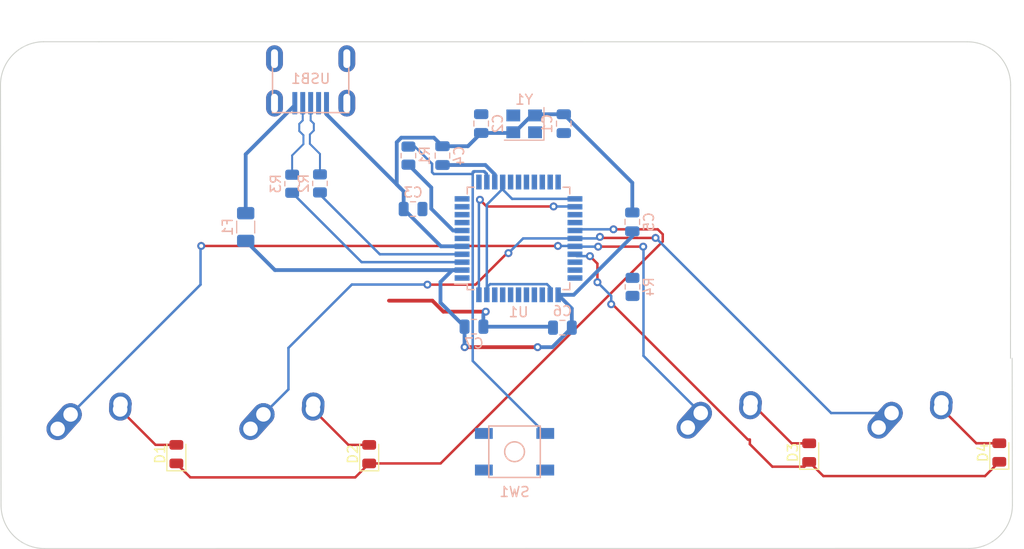
<source format=kicad_pcb>
(kicad_pcb (version 20221018) (generator pcbnew)
  (layers (0 "F.Cu" signal) (31 "B.Cu" signal) (34 "B.Paste" user) (35 "F.Paste" user) (36 "B.SilkS" user "B.Silkscreen") (37 "F.SilkS" user "F.Silkscreen") (38 "B.Mask" user) (39 "F.Mask" user) (44 "Edge.Cuts" user))
  (net 0 "")
  (net 1 "GND")
  (net 2 "Net-(U1-XTAL1)")
  (net 3 "Net-(U1-XTAL2)")
  (net 4 "Net-(U1-UCAP)")
  (net 5 "+5V")
  (net 6 "ROW0")
  (net 7 "Net-(D1-A)")
  (net 8 "Net-(D2-A)")
  (net 9 "ROW1")
  (net 10 "Net-(D3-A)")
  (net 11 "Net-(D4-A)")
  (net 12 "VCC")
  (net 13 "COL0")
  (net 14 "COL1")
  (net 15 "Net-(U1-~{RESET})")
  (net 16 "D+")
  (net 17 "Net-(U1-D+)")
  (net 18 "D-")
  (net 19 "Net-(U1-D-)")
  (net 20 "Net-(U1-~{HWB}{slash}PE2)")
  (net 27 "Net-(U1-GND-Pad15)")
  (net 33 "Net-(U1-AVCC-Pad24)")
  (footprint "MX_Alps_Hybrid:MX-1U-NoLED" (layer "F.Cu") (at 183.68 113.01)
    (fp_text reference "MX4")
    (fp_text value "MX-NoLED")
    (pad "" np_thru_hole circle (at -5.08 0 48.0996) (size 1.75 1.75) (drill 1.75) (layers "*.Cu" "*.Mask"))
    (pad "" np_thru_hole circle (at 0 0) (size 3.9878 3.9878) (drill 3.9878) (layers "*.Cu" "*.Mask"))
    (pad "" np_thru_hole circle (at 5.08 0 48.0996) (size 1.75 1.75) (drill 1.75) (layers "*.Cu" "*.Mask"))
    (pad "1" thru_hole oval (at -3.81 -2.54 48.0996) (size 4.211556 2.25) (drill 1.47 (offset 0.980778 0)) (layers "*.Cu" "B.Mask") (net 14 "COL1"))
    (pad "1" thru_hole circle (at -2.5 -4) (size 2.25 2.25) (drill 1.47) (layers "*.Cu" "B.Mask") (net 14 "COL1"))
    (pad "2" thru_hole oval (at 2.5 -4.5 86.0548) (size 2.831378 2.25) (drill 1.47 (offset 0.290689 0)) (layers "*.Cu" "B.Mask") (net 11 "Net-(D4-A)"))
    (pad "2" thru_hole circle (at 2.54 -5.08) (size 2.25 2.25) (drill 1.47) (layers "*.Cu" "B.Mask") (net 11 "Net-(D4-A)"))
  )
  (footprint "MX_Alps_Hybrid:MX-1U-NoLED" (layer "F.Cu") (at 120.25 113.1425)
    (fp_text reference "MX2")
    (fp_text value "MX-NoLED")
    (pad "" np_thru_hole circle (at -5.08 0 48.0996) (size 1.75 1.75) (drill 1.75) (layers "*.Cu" "*.Mask"))
    (pad "" np_thru_hole circle (at 0 0) (size 3.9878 3.9878) (drill 3.9878) (layers "*.Cu" "*.Mask"))
    (pad "" np_thru_hole circle (at 5.08 0 48.0996) (size 1.75 1.75) (drill 1.75) (layers "*.Cu" "*.Mask"))
    (pad "1" thru_hole oval (at -3.81 -2.54 48.0996) (size 4.211556 2.25) (drill 1.47 (offset 0.980778 0)) (layers "*.Cu" "B.Mask") (net 14 "COL1"))
    (pad "1" thru_hole circle (at -2.5 -4) (size 2.25 2.25) (drill 1.47) (layers "*.Cu" "B.Mask") (net 14 "COL1"))
    (pad "2" thru_hole oval (at 2.5 -4.5 86.0548) (size 2.831378 2.25) (drill 1.47 (offset 0.290689 0)) (layers "*.Cu" "B.Mask") (net 8 "Net-(D2-A)"))
    (pad "2" thru_hole circle (at 2.54 -5.08) (size 2.25 2.25) (drill 1.47) (layers "*.Cu" "B.Mask") (net 8 "Net-(D2-A)"))
  )
  (footprint "Diode_SMD:D_0805_2012Metric" (layer "F.Cu") (at 192.05875 112.99875 90)
    (fp_text reference "D4" (at 0 -1.65 90) (layer "F.SilkS"))
    (fp_text value "SOD-123")
    (fp_line (start -1.685 -0.96) (end -1.685 0.96) (stroke (width 0.12)) (layer "F.SilkS"))
    (fp_line (start -1.685 0.96) (end 1 0.96) (stroke (width 0.12)) (layer "F.SilkS"))
    (fp_line (start 1 -0.96) (end -1.685 -0.96) (stroke (width 0.12)) (layer "F.SilkS"))
    (pad "1" smd roundrect (at -0.9375 0 90) (size 0.975 1.4) (layers "F.Cu" "F.Paste" "F.Mask") (net 9 "ROW1"))
    (pad "2" smd roundrect (at 0.9375 0 90) (size 0.975 1.4) (layers "F.Cu" "F.Paste" "F.Mask") (net 11 "Net-(D4-A)"))
  )
  (footprint "MX_Alps_Hybrid:MX-1U-NoLED" (layer "F.Cu") (at 164.41 113.01)
    (fp_text reference "MX3")
    (fp_text value "MX-NoLED")
    (pad "" np_thru_hole circle (at -5.08 0 48.0996) (size 1.75 1.75) (drill 1.75) (layers "*.Cu" "*.Mask"))
    (pad "" np_thru_hole circle (at 0 0) (size 3.9878 3.9878) (drill 3.9878) (layers "*.Cu" "*.Mask"))
    (pad "" np_thru_hole circle (at 5.08 0 48.0996) (size 1.75 1.75) (drill 1.75) (layers "*.Cu" "*.Mask"))
    (pad "1" thru_hole oval (at -3.81 -2.54 48.0996) (size 4.211556 2.25) (drill 1.47 (offset 0.980778 0)) (layers "*.Cu" "B.Mask") (net 13 "COL0"))
    (pad "1" thru_hole circle (at -2.5 -4) (size 2.25 2.25) (drill 1.47) (layers "*.Cu" "B.Mask") (net 13 "COL0"))
    (pad "2" thru_hole oval (at 2.5 -4.5 86.0548) (size 2.831378 2.25) (drill 1.47 (offset 0.290689 0)) (layers "*.Cu" "B.Mask") (net 10 "Net-(D3-A)"))
    (pad "2" thru_hole circle (at 2.54 -5.08) (size 2.25 2.25) (drill 1.47) (layers "*.Cu" "B.Mask") (net 10 "Net-(D3-A)"))
  )
  (footprint "Diode_SMD:D_0805_2012Metric" (layer "F.Cu") (at 172.86125 113.00875 90)
    (fp_text reference "D3" (at 0 -1.65 90) (layer "F.SilkS"))
    (fp_text value "SOD-123")
    (fp_line (start -1.685 -0.96) (end -1.685 0.96) (stroke (width 0.12)) (layer "F.SilkS"))
    (fp_line (start -1.685 0.96) (end 1 0.96) (stroke (width 0.12)) (layer "F.SilkS"))
    (fp_line (start 1 -0.96) (end -1.685 -0.96) (stroke (width 0.12)) (layer "F.SilkS"))
    (pad "1" smd roundrect (at -0.9375 0 90) (size 0.975 1.4) (layers "F.Cu" "F.Paste" "F.Mask") (net 9 "ROW1"))
    (pad "2" smd roundrect (at 0.9375 0 90) (size 0.975 1.4) (layers "F.Cu" "F.Paste" "F.Mask") (net 10 "Net-(D3-A)"))
  )
  (footprint "MX_Alps_Hybrid:MX-1U-NoLED" (layer "F.Cu") (at 100.78 113.15)
    (fp_text reference "MX1")
    (fp_text value "MX-NoLED")
    (pad "" np_thru_hole circle (at -5.08 0 48.0996) (size 1.75 1.75) (drill 1.75) (layers "*.Cu" "*.Mask"))
    (pad "" np_thru_hole circle (at 0 0) (size 3.9878 3.9878) (drill 3.9878) (layers "*.Cu" "*.Mask"))
    (pad "" np_thru_hole circle (at 5.08 0 48.0996) (size 1.75 1.75) (drill 1.75) (layers "*.Cu" "*.Mask"))
    (pad "1" thru_hole oval (at -3.81 -2.54 48.0996) (size 4.211556 2.25) (drill 1.47 (offset 0.980778 0)) (layers "*.Cu" "B.Mask") (net 13 "COL0"))
    (pad "1" thru_hole circle (at -2.5 -4) (size 2.25 2.25) (drill 1.47) (layers "*.Cu" "B.Mask") (net 13 "COL0"))
    (pad "2" thru_hole oval (at 2.5 -4.5 86.0548) (size 2.831378 2.25) (drill 1.47 (offset 0.290689 0)) (layers "*.Cu" "B.Mask") (net 7 "Net-(D1-A)"))
    (pad "2" thru_hole circle (at 2.54 -5.08) (size 2.25 2.25) (drill 1.47) (layers "*.Cu" "B.Mask") (net 7 "Net-(D1-A)"))
  )
  (footprint "Diode_SMD:D_0805_2012Metric" (layer "F.Cu") (at 108.96 113.1625 90)
    (fp_text reference "D1" (at 0 -1.65 90) (layer "F.SilkS"))
    (fp_text value "SOD-123")
    (fp_line (start -1.685 -0.96) (end -1.685 0.96) (stroke (width 0.12)) (layer "F.SilkS"))
    (fp_line (start -1.685 0.96) (end 1 0.96) (stroke (width 0.12)) (layer "F.SilkS"))
    (fp_line (start 1 -0.96) (end -1.685 -0.96) (stroke (width 0.12)) (layer "F.SilkS"))
    (pad "1" smd roundrect (at -0.9375 0 90) (size 0.975 1.4) (layers "F.Cu" "F.Paste" "F.Mask") (net 6 "ROW0"))
    (pad "2" smd roundrect (at 0.9375 0 90) (size 0.975 1.4) (layers "F.Cu" "F.Paste" "F.Mask") (net 7 "Net-(D1-A)"))
  )
  (footprint "Diode_SMD:D_0805_2012Metric" (layer "F.Cu") (at 128.43 113.165 90)
    (fp_text reference "D2" (at 0 -1.65 90) (layer "F.SilkS"))
    (fp_text value "SOD-123")
    (fp_line (start -1.685 -0.96) (end -1.685 0.96) (stroke (width 0.12)) (layer "F.SilkS"))
    (fp_line (start -1.685 0.96) (end 1 0.96) (stroke (width 0.12)) (layer "F.SilkS"))
    (fp_line (start 1 -0.96) (end -1.685 -0.96) (stroke (width 0.12)) (layer "F.SilkS"))
    (pad "1" smd roundrect (at -0.9375 0 90) (size 0.975 1.4) (layers "F.Cu" "F.Paste" "F.Mask") (net 6 "ROW0"))
    (pad "2" smd roundrect (at 0.9375 0 90) (size 0.975 1.4) (layers "F.Cu" "F.Paste" "F.Mask") (net 8 "Net-(D2-A)"))
  )
  (footprint "Resistor_SMD:R_0805_2012Metric" (layer "B.Cu") (at 155.02 96.2575 90)
    (fp_text reference "R4" (at 0 1.65 90) (layer "B.SilkS") (effects (justify mirror)))
    (fp_text value "10k")
    (fp_line (start -0.227064 -0.735) (end 0.227064 -0.735) (stroke (width 0.12)) (layer "B.SilkS"))
    (fp_line (start -0.227064 0.735) (end 0.227064 0.735) (stroke (width 0.12)) (layer "B.SilkS"))
    (pad "1" smd roundrect (at -0.9125 0 90) (size 1.025 1.4) (layers "B.Cu" "B.Paste" "B.Mask") (roundrect_rratio 0.243902) (net 20 "Net-(U1-~{HWB}{slash}PE2)"))
    (pad "2" smd roundrect (at 0.9125 0 90) (size 1.025 1.4) (layers "B.Cu" "B.Paste" "B.Mask") (roundrect_rratio 0.243902) (net 1 "GND"))
  )
  (footprint "random-keyboard-parts:SKQG-1155865" (layer "B.Cu") (at 143.11 112.92 180)
    (fp_text reference "SW1" (at 0 -4.064) (layer "B.SilkS") (effects (justify mirror)))
    (fp_text value "SW_Push")
    (fp_line (start -2.6 -2.6) (end -2.6 2.6) (stroke (width 0.15)) (layer "B.SilkS"))
    (fp_line (start -2.6 2.6) (end 2.6 2.6) (stroke (width 0.15)) (layer "B.SilkS"))
    (fp_line (start 2.6 -2.6) (end -2.6 -2.6) (stroke (width 0.15)) (layer "B.SilkS"))
    (fp_line (start 2.6 2.6) (end 2.6 -2.6) (stroke (width 0.15)) (layer "B.SilkS"))
    (fp_circle (center 0 0) (end 1 0) (stroke (width 0.15)) (fill none) (layer "B.SilkS"))
    (pad "1" smd rect (at 3.1 -1.85 180) (size 1.8 1.1) (layers "B.Cu" "B.Paste" "B.Mask") (net 1 "GND"))
    (pad "2" smd rect (at -3.1 1.85 180) (size 1.8 1.1) (layers "B.Cu" "B.Paste" "B.Mask") (net 15 "Net-(U1-~{RESET})"))
    (pad "3" smd rect (at 3.1 1.85 180) (size 1.8 1.1) (layers "B.Cu" "B.Paste" "B.Mask"))
    (pad "4" smd rect (at -3.1 -1.85 180) (size 1.8 1.1) (layers "B.Cu" "B.Paste" "B.Mask"))
  )
  (footprint "Resistor_SMD:R_0805_2012Metric" (layer "B.Cu") (at 132.39 82.99 90)
    (fp_text reference "R1" (at 0 1.65 90) (layer "B.SilkS") (effects (justify mirror)))
    (fp_text value "10k")
    (fp_line (start -0.227064 -0.735) (end 0.227064 -0.735) (stroke (width 0.12)) (layer "B.SilkS"))
    (fp_line (start -0.227064 0.735) (end 0.227064 0.735) (stroke (width 0.12)) (layer "B.SilkS"))
    (pad "1" smd roundrect (at -0.9125 0 90) (size 1.025 1.4) (layers "B.Cu" "B.Paste" "B.Mask") (roundrect_rratio 0.243902) (net 5 "+5V"))
    (pad "2" smd roundrect (at 0.9125 0 90) (size 1.025 1.4) (layers "B.Cu" "B.Paste" "B.Mask") (roundrect_rratio 0.243902) (net 15 "Net-(U1-~{RESET})"))
  )
  (footprint "Capacitor_SMD:C_0805_2012Metric" (layer "B.Cu") (at 132.86 88.39 180)
    (fp_text reference "C3" (at 0 1.68) (layer "B.SilkS") (effects (justify mirror)))
    (fp_text value "1uF")
    (fp_line (start -0.261252 -0.735) (end 0.261252 -0.735) (stroke (width 0.12)) (layer "B.SilkS"))
    (fp_line (start -0.261252 0.735) (end 0.261252 0.735) (stroke (width 0.12)) (layer "B.SilkS"))
    (pad "1" smd roundrect (at -0.95 0 180) (size 1 1.45) (layers "B.Cu" "B.Paste" "B.Mask") (net 4 "Net-(U1-UCAP)"))
    (pad "2" smd roundrect (at 0.95 0 180) (size 1 1.45) (layers "B.Cu" "B.Paste" "B.Mask") (net 1 "GND"))
  )
  (footprint "Package_QFP:TQFP-44_10x10mm_P0.8mm" (layer "B.Cu") (at 143.51 91.36)
    (fp_text reference "U1" (at 0 7.45) (layer "B.SilkS") (effects (justify mirror)))
    (fp_text value "ATmega32U4-A")
    (fp_line (start -5.175 -5.175) (end -5.175 -4.5) (stroke (width 0.15)) (layer "B.SilkS"))
    (fp_line (start -5.175 -5.175) (end -4.5 -5.175) (stroke (width 0.15)) (layer "B.SilkS"))
    (fp_line (start -5.175 4.6) (end -6.45 4.6) (stroke (width 0.15)) (layer "B.SilkS"))
    (fp_line (start -5.175 5.175) (end -5.175 4.6) (stroke (width 0.15)) (layer "B.SilkS"))
    (fp_line (start -5.175 5.175) (end -4.5 5.175) (stroke (width 0.15)) (layer "B.SilkS"))
    (fp_line (start 5.175 -5.175) (end 4.5 -5.175) (stroke (width 0.15)) (layer "B.SilkS"))
    (fp_line (start 5.175 -5.175) (end 5.175 -4.5) (stroke (width 0.15)) (layer "B.SilkS"))
    (fp_line (start 5.175 5.175) (end 4.5 5.175) (stroke (width 0.15)) (layer "B.SilkS"))
    (fp_line (start 5.175 5.175) (end 5.175 4.5) (stroke (width 0.15)) (layer "B.SilkS"))
    (pad "1" smd rect (at -5.7 4) (size 1.5 0.55) (layers "B.Cu" "B.Paste" "B.Mask"))
    (pad "2" smd rect (at -5.7 3.2) (size 1.5 0.55) (layers "B.Cu" "B.Paste" "B.Mask") (net 5 "+5V"))
    (pad "3" smd rect (at -5.7 2.4) (size 1.5 0.55) (layers "B.Cu" "B.Paste" "B.Mask") (net 19 "Net-(U1-D-)"))
    (pad "4" smd rect (at -5.7 1.6) (size 1.5 0.55) (layers "B.Cu" "B.Paste" "B.Mask") (net 17 "Net-(U1-D+)"))
    (pad "5" smd rect (at -5.7 0.8) (size 1.5 0.55) (layers "B.Cu" "B.Paste" "B.Mask") (net 1 "GND"))
    (pad "6" smd rect (at -5.7 0) (size 1.5 0.55) (layers "B.Cu" "B.Paste" "B.Mask") (net 4 "Net-(U1-UCAP)"))
    (pad "7" smd rect (at -5.7 -0.8) (size 1.5 0.55) (layers "B.Cu" "B.Paste" "B.Mask") (net 5 "+5V"))
    (pad "8" smd rect (at -5.7 -1.6) (size 1.5 0.55) (layers "B.Cu" "B.Paste" "B.Mask"))
    (pad "9" smd rect (at -5.7 -2.4) (size 1.5 0.55) (layers "B.Cu" "B.Paste" "B.Mask"))
    (pad "10" smd rect (at -5.7 -3.2) (size 1.5 0.55) (layers "B.Cu" "B.Paste" "B.Mask"))
    (pad "11" smd rect (at -5.7 -4) (size 1.5 0.55) (layers "B.Cu" "B.Paste" "B.Mask"))
    (pad "12" smd rect (at -4 -5.7 270) (size 1.5 0.55) (layers "B.Cu" "B.Paste" "B.Mask"))
    (pad "13" smd rect (at -3.2 -5.7 270) (size 1.5 0.55) (layers "B.Cu" "B.Paste" "B.Mask") (net 15 "Net-(U1-~{RESET})"))
    (pad "14" smd rect (at -2.4 -5.7 270) (size 1.5 0.55) (layers "B.Cu" "B.Paste" "B.Mask") (net 5 "+5V"))
    (pad "15" smd rect (at -1.6 -5.7 270) (size 1.5 0.55) (layers "B.Cu" "B.Paste" "B.Mask") (net 27 "Net-(U1-GND-Pad15)"))
    (pad "16" smd rect (at -0.8 -5.7 270) (size 1.5 0.55) (layers "B.Cu" "B.Paste" "B.Mask") (net 3 "Net-(U1-XTAL2)"))
    (pad "17" smd rect (at 0 -5.7 270) (size 1.5 0.55) (layers "B.Cu" "B.Paste" "B.Mask") (net 2 "Net-(U1-XTAL1)"))
    (pad "18" smd rect (at 0.8 -5.7 270) (size 1.5 0.55) (layers "B.Cu" "B.Paste" "B.Mask"))
    (pad "19" smd rect (at 1.6 -5.7 270) (size 1.5 0.55) (layers "B.Cu" "B.Paste" "B.Mask"))
    (pad "20" smd rect (at 2.4 -5.7 270) (size 1.5 0.55) (layers "B.Cu" "B.Paste" "B.Mask"))
    (pad "21" smd rect (at 3.2 -5.7 270) (size 1.5 0.55) (layers "B.Cu" "B.Paste" "B.Mask"))
    (pad "22" smd rect (at 4 -5.7 270) (size 1.5 0.55) (layers "B.Cu" "B.Paste" "B.Mask"))
    (pad "23" smd rect (at 5.7 -4) (size 1.5 0.55) (layers "B.Cu" "B.Paste" "B.Mask") (net 27 "Net-(U1-GND-Pad15)"))
    (pad "24" smd rect (at 5.7 -3.2) (size 1.5 0.55) (layers "B.Cu" "B.Paste" "B.Mask") (net 33 "Net-(U1-AVCC-Pad24)"))
    (pad "25" smd rect (at 5.7 -2.4) (size 1.5 0.55) (layers "B.Cu" "B.Paste" "B.Mask"))
    (pad "26" smd rect (at 5.7 -1.6) (size 1.5 0.55) (layers "B.Cu" "B.Paste" "B.Mask"))
    (pad "27" smd rect (at 5.7 -0.8) (size 1.5 0.55) (layers "B.Cu" "B.Paste" "B.Mask") (net 6 "ROW0"))
    (pad "28" smd rect (at 5.7 0) (size 1.5 0.55) (layers "B.Cu" "B.Paste" "B.Mask") (net 14 "COL1"))
    (pad "29" smd rect (at 5.7 0.8) (size 1.5 0.55) (layers "B.Cu" "B.Paste" "B.Mask") (net 13 "COL0"))
    (pad "30" smd rect (at 5.7 1.6) (size 1.5 0.55) (layers "B.Cu" "B.Paste" "B.Mask") (net 9 "ROW1"))
    (pad "31" smd rect (at 5.7 2.4) (size 1.5 0.55) (layers "B.Cu" "B.Paste" "B.Mask"))
    (pad "32" smd rect (at 5.7 3.2) (size 1.5 0.55) (layers "B.Cu" "B.Paste" "B.Mask"))
    (pad "33" smd rect (at 5.7 4) (size 1.5 0.55) (layers "B.Cu" "B.Paste" "B.Mask") (net 20 "Net-(U1-~{HWB}{slash}PE2)"))
    (pad "34" smd rect (at 4 5.7 270) (size 1.5 0.55) (layers "B.Cu" "B.Paste" "B.Mask") (net 5 "+5V"))
    (pad "35" smd rect (at 3.2 5.7 270) (size 1.5 0.55) (layers "B.Cu" "B.Paste" "B.Mask") (net 27 "Net-(U1-GND-Pad15)"))
    (pad "36" smd rect (at 2.4 5.7 270) (size 1.5 0.55) (layers "B.Cu" "B.Paste" "B.Mask"))
    (pad "37" smd rect (at 1.6 5.7 270) (size 1.5 0.55) (layers "B.Cu" "B.Paste" "B.Mask"))
    (pad "38" smd rect (at 0.8 5.7 270) (size 1.5 0.55) (layers "B.Cu" "B.Paste" "B.Mask"))
    (pad "39" smd rect (at 0 5.7 270) (size 1.5 0.55) (layers "B.Cu" "B.Paste" "B.Mask"))
    (pad "40" smd rect (at -0.8 5.7 270) (size 1.5 0.55) (layers "B.Cu" "B.Paste" "B.Mask"))
    (pad "41" smd rect (at -1.6 5.7 270) (size 1.5 0.55) (layers "B.Cu" "B.Paste" "B.Mask"))
    (pad "42" smd rect (at -2.4 5.7 270) (size 1.5 0.55) (layers "B.Cu" "B.Paste" "B.Mask"))
    (pad "43" smd rect (at -3.2 5.7 270) (size 1.5 0.55) (layers "B.Cu" "B.Paste" "B.Mask") (net 27 "Net-(U1-GND-Pad15)"))
    (pad "44" smd rect (at -4 5.7 270) (size 1.5 0.55) (layers "B.Cu" "B.Paste" "B.Mask") (net 33 "Net-(U1-AVCC-Pad24)"))
  )
  (footprint "Capacitor_SMD:C_0805_2012Metric" (layer "B.Cu") (at 135.83 82.99 90)
    (fp_text reference "C4" (at 0 1.68 90) (layer "B.SilkS") (effects (justify mirror)))
    (fp_text value "0.1uF")
    (fp_line (start -0.261252 -0.735) (end 0.261252 -0.735) (stroke (width 0.12)) (layer "B.SilkS"))
    (fp_line (start -0.261252 0.735) (end 0.261252 0.735) (stroke (width 0.12)) (layer "B.SilkS"))
    (pad "1" smd roundrect (at -0.95 0 90) (size 1 1.45) (layers "B.Cu" "B.Paste" "B.Mask") (net 5 "+5V"))
    (pad "2" smd roundrect (at 0.95 0 90) (size 1 1.45) (layers "B.Cu" "B.Paste" "B.Mask") (net 1 "GND"))
  )
  (footprint "Resistor_SMD:R_0805_2012Metric" (layer "B.Cu") (at 120.65 85.83 -90)
    (fp_text reference "R3" (at 0 1.65 90) (layer "B.SilkS") (effects (justify mirror)))
    (fp_text value "22")
    (fp_line (start -0.227064 -0.735) (end 0.227064 -0.735) (stroke (width 0.12)) (layer "B.SilkS"))
    (fp_line (start -0.227064 0.735) (end 0.227064 0.735) (stroke (width 0.12)) (layer "B.SilkS"))
    (pad "1" smd roundrect (at -0.9125 0 270) (size 1.025 1.4) (layers "B.Cu" "B.Paste" "B.Mask") (roundrect_rratio 0.243902) (net 18 "D-"))
    (pad "2" smd roundrect (at 0.9125 0 270) (size 1.025 1.4) (layers "B.Cu" "B.Paste" "B.Mask") (roundrect_rratio 0.243902) (net 19 "Net-(U1-D-)"))
  )
  (footprint "Capacitor_SMD:C_0805_2012Metric" (layer "B.Cu") (at 147.94 100.38 180)
    (fp_text reference "C6" (at 0 1.68) (layer "B.SilkS") (effects (justify mirror)))
    (fp_text value "0.1uF")
    (fp_line (start -0.261252 -0.735) (end 0.261252 -0.735) (stroke (width 0.12)) (layer "B.SilkS"))
    (fp_line (start -0.261252 0.735) (end 0.261252 0.735) (stroke (width 0.12)) (layer "B.SilkS"))
    (pad "1" smd roundrect (at -0.95 0 180) (size 1 1.45) (layers "B.Cu" "B.Paste" "B.Mask") (net 5 "+5V"))
    (pad "2" smd roundrect (at 0.95 0 180) (size 1 1.45) (layers "B.Cu" "B.Paste" "B.Mask") (net 1 "GND"))
  )
  (footprint "Resistor_SMD:R_0805_2012Metric" (layer "B.Cu") (at 123.46 85.8 -90)
    (fp_text reference "R2" (at 0 1.65 90) (layer "B.SilkS") (effects (justify mirror)))
    (fp_text value "22")
    (fp_line (start -0.227064 -0.735) (end 0.227064 -0.735) (stroke (width 0.12)) (layer "B.SilkS"))
    (fp_line (start -0.227064 0.735) (end 0.227064 0.735) (stroke (width 0.12)) (layer "B.SilkS"))
    (pad "1" smd roundrect (at -0.9125 0 270) (size 1.025 1.4) (layers "B.Cu" "B.Paste" "B.Mask") (roundrect_rratio 0.243902) (net 16 "D+"))
    (pad "2" smd roundrect (at 0.9125 0 270) (size 1.025 1.4) (layers "B.Cu" "B.Paste" "B.Mask") (roundrect_rratio 0.243902) (net 17 "Net-(U1-D+)"))
  )
  (footprint "random-keyboard-parts:Molex-0548190589" (layer "B.Cu") (at 122.52 73.19 -90)
    (fp_text reference "USB1" (at 2.032 0 -360) (layer "B.SilkS") (effects (justify mirror)))
    (fp_text value "Molex-0548190589")
    (fp_line (start 0 -3.85) (end 5.45 -3.85) (stroke (width 0.15)) (layer "B.SilkS"))
    (fp_line (start 0 3.85) (end 5.45 3.85) (stroke (width 0.15)) (layer "B.SilkS"))
    (fp_line (start 5.45 3.85) (end 5.45 -3.85) (stroke (width 0.15)) (layer "B.SilkS"))
    (pad "1" smd rect (at 4.5 -1.6 270) (size 2.25 0.5) (layers "B.Cu" "B.Paste" "B.Mask") (net 1 "GND"))
    (pad "2" smd rect (at 4.5 -0.8 270) (size 2.25 0.5) (layers "B.Cu" "B.Paste" "B.Mask"))
    (pad "3" smd rect (at 4.5 0 270) (size 2.25 0.5) (layers "B.Cu" "B.Paste" "B.Mask") (net 16 "D+"))
    (pad "4" smd rect (at 4.5 0.8 270) (size 2.25 0.5) (layers "B.Cu" "B.Paste" "B.Mask") (net 18 "D-"))
    (pad "5" smd rect (at 4.5 1.6 270) (size 2.25 0.5) (layers "B.Cu" "B.Paste" "B.Mask") (net 12 "VCC"))
    (pad "6" thru_hole oval (at 0 -3.65 270) (size 2.7 1.7) (drill oval 1.9 0.7) (layers "*.Cu" "*.Mask"))
    (pad "6" thru_hole oval (at 0 3.65 270) (size 2.7 1.7) (drill oval 1.9 0.7) (layers "*.Cu" "*.Mask"))
    (pad "6" thru_hole oval (at 4.5 -3.65 270) (size 2.7 1.7) (drill oval 1.9 0.7) (layers "*.Cu" "*.Mask"))
    (pad "6" thru_hole oval (at 4.5 3.65 270) (size 2.7 1.7) (drill oval 1.9 0.7) (layers "*.Cu" "*.Mask"))
  )
  (footprint "Fuse:Fuse_1206_3216Metric" (layer "B.Cu") (at 115.96 90.21 -90)
    (fp_text reference "F1" (at 0 1.82 90) (layer "B.SilkS") (effects (justify mirror)))
    (fp_text value "500mA")
    (fp_line (start -0.602064 -0.91) (end 0.602064 -0.91) (stroke (width 0.12)) (layer "B.SilkS"))
    (fp_line (start -0.602064 0.91) (end 0.602064 0.91) (stroke (width 0.12)) (layer "B.SilkS"))
    (pad "1" smd roundrect (at -1.4 0 270) (size 1.25 1.75) (layers "B.Cu" "B.Paste" "B.Mask") (roundrect_rratio 0.2) (net 12 "VCC"))
    (pad "2" smd roundrect (at 1.4 0 270) (size 1.25 1.75) (layers "B.Cu" "B.Paste" "B.Mask") (roundrect_rratio 0.2) (net 5 "+5V"))
  )
  (footprint "Capacitor_SMD:C_0805_2012Metric" (layer "B.Cu") (at 139.01 100.28)
    (fp_text reference "C7" (at 0 1.68) (layer "B.SilkS") (effects (justify mirror)))
    (fp_text value "10uF")
    (fp_line (start -0.261252 -0.735) (end 0.261252 -0.735) (stroke (width 0.12)) (layer "B.SilkS"))
    (fp_line (start -0.261252 0.735) (end 0.261252 0.735) (stroke (width 0.12)) (layer "B.SilkS"))
    (pad "1" smd roundrect (at -0.95 0) (size 1 1.45) (layers "B.Cu" "B.Paste" "B.Mask") (net 5 "+5V"))
    (pad "2" smd roundrect (at 0.95 0) (size 1 1.45) (layers "B.Cu" "B.Paste" "B.Mask") (net 1 "GND"))
  )
  (footprint "Capacitor_SMD:C_0805_2012Metric" (layer "B.Cu") (at 139.74 79.75 90)
    (fp_text reference "C2" (at 0 1.68 90) (layer "B.SilkS") (effects (justify mirror)))
    (fp_text value "22pF")
    (fp_line (start -0.261252 -0.735) (end 0.261252 -0.735) (stroke (width 0.12)) (layer "B.SilkS"))
    (fp_line (start -0.261252 0.735) (end 0.261252 0.735) (stroke (width 0.12)) (layer "B.SilkS"))
    (pad "1" smd roundrect (at -0.95 0 90) (size 1 1.45) (layers "B.Cu" "B.Paste" "B.Mask") (net 1 "GND"))
    (pad "2" smd roundrect (at 0.95 0 90) (size 1 1.45) (layers "B.Cu" "B.Paste" "B.Mask") (net 3 "Net-(U1-XTAL2)"))
  )
  (footprint "Capacitor_SMD:C_0805_2012Metric" (layer "B.Cu") (at 148.08 79.76 -90)
    (fp_text reference "C1" (at 0 1.68 90) (layer "B.SilkS") (effects (justify mirror)))
    (fp_text value "22pF")
    (fp_line (start -0.261252 -0.735) (end 0.261252 -0.735) (stroke (width 0.12)) (layer "B.SilkS"))
    (fp_line (start -0.261252 0.735) (end 0.261252 0.735) (stroke (width 0.12)) (layer "B.SilkS"))
    (pad "1" smd roundrect (at -0.95 0 270) (size 1 1.45) (layers "B.Cu" "B.Paste" "B.Mask") (net 1 "GND"))
    (pad "2" smd roundrect (at 0.95 0 270) (size 1 1.45) (layers "B.Cu" "B.Paste" "B.Mask") (net 2 "Net-(U1-XTAL1)"))
  )
  (footprint "Crystal:Crystal_SMD_3225-4Pin_3.2x2.5mm" (layer "B.Cu") (at 144.08 79.78 180)
    (fp_text reference "Y1" (at 0 2.45) (layer "B.SilkS") (effects (justify mirror)))
    (fp_text value "16MHz")
    (fp_line (start -2 -1.65) (end 2 -1.65) (stroke (width 0.12)) (layer "B.SilkS"))
    (fp_line (start -2 1.65) (end -2 -1.65) (stroke (width 0.12)) (layer "B.SilkS"))
    (pad "1" smd rect (at -1.1 -0.85 180) (size 1.4 1.2) (layers "B.Cu" "B.Paste" "B.Mask") (net 2 "Net-(U1-XTAL1)"))
    (pad "2" smd rect (at 1.1 -0.85 180) (size 1.4 1.2) (layers "B.Cu" "B.Paste" "B.Mask") (net 1 "GND"))
    (pad "3" smd rect (at 1.1 0.85 180) (size 1.4 1.2) (layers "B.Cu" "B.Paste" "B.Mask") (net 3 "Net-(U1-XTAL2)"))
    (pad "4" smd rect (at -1.1 0.85 180) (size 1.4 1.2) (layers "B.Cu" "B.Paste" "B.Mask") (net 1 "GND"))
  )
  (footprint "Capacitor_SMD:C_0805_2012Metric" (layer "B.Cu") (at 155 89.69 90)
    (fp_text reference "C5" (at 0 1.68 90) (layer "B.SilkS") (effects (justify mirror)))
    (fp_text value "0.1uF")
    (fp_line (start -0.261252 -0.735) (end 0.261252 -0.735) (stroke (width 0.12)) (layer "B.SilkS"))
    (fp_line (start -0.261252 0.735) (end 0.261252 0.735) (stroke (width 0.12)) (layer "B.SilkS"))
    (pad "1" smd roundrect (at -0.95 0 90) (size 1 1.45) (layers "B.Cu" "B.Paste" "B.Mask") (net 5 "+5V"))
    (pad "2" smd roundrect (at 0.95 0 90) (size 1 1.45) (layers "B.Cu" "B.Paste" "B.Mask") (net 1 "GND"))
  )
  (gr_line (start 193.19 103.48) (end 193.202872 75.867128) (stroke (width 0.1)) (layer "Edge.Cuts"))
  (gr_arc (start 193.382872 118.312872) (mid 192.1 121.41) (end 189.002872 122.692872) (stroke (width 0.1)) (layer "Edge.Cuts"))
  (gr_line (start 95.637128 122.702872) (end 189.002872 122.692872) (stroke (width 0.1)) (layer "Edge.Cuts"))
  (gr_line (start 193.382872 118.312872) (end 193.359801 103.47) (stroke (width 0.1)) (layer "Edge.Cuts"))
  (gr_line (start 188.822872 71.487128) (end 101.14 71.48) (stroke (width 0.1)) (layer "Edge.Cuts"))
  (gr_line (start 101.14 71.48) (end 95.54 71.48) (stroke (width 0.1)) (layer "Edge.Cuts"))
  (gr_arc (start 91.199843 75.857128) (mid 92.468821 72.775074) (end 95.54 71.48) (stroke (width 0.1)) (layer "Edge.Cuts"))
  (gr_arc (start 95.637128 122.702872) (mid 92.54 121.42) (end 91.257128 118.322872) (stroke (width 0.1)) (layer "Edge.Cuts"))
  (gr_line (start 91.199843 75.857128) (end 91.257128 118.322872) (stroke (width 0.1)) (layer "Edge.Cuts"))
  (gr_arc (start 188.822872 71.487128) (mid 191.92 72.77) (end 193.202872 75.867128) (stroke (width 0.1)) (layer "Edge.Cuts"))
  (segment (start 134.812064 97.65) (end 130.43 97.65) (width 0.381) (layer "F.Cu") (net 1))
  (segment (start 140.2 98.76) (end 135.922064 98.76) (width 0.381) (layer "F.Cu") (net 1))
  (segment (start 135.922064 98.76) (end 134.812064 97.65) (width 0.381) (layer "F.Cu") (net 1))
  (via (at 140.2 98.76) (size 0.8) (drill 0.4) (layers "F.Cu" "B.Cu") (net 1))
  (segment (start 139.74 80.7) (end 142.91 80.7) (width 0.381) (layer "B.Cu") (net 1))
  (segment (start 139.96 100.28) (end 139.96 99) (width 0.381) (layer "B.Cu") (net 1))
  (segment (start 131.2125 85.9075) (end 131.5875 86.2825) (width 0.381) (layer "B.Cu") (net 1))
  (segment (start 143.13225 80.63) (end 142.98 80.63) (width 0.381) (layer "B.Cu") (net 1))
  (segment (start 131.5875 86.2825) (end 131.91 86.605) (width 0.381) (layer "B.Cu") (net 1))
  (segment (start 135.68 92.16) (end 137.81 92.16) (width 0.381) (layer "B.Cu") (net 1))
  (segment (start 138.4 82.04) (end 139.74 80.7) (width 0.381) (layer "B.Cu") (net 1))
  (segment (start 142.91 80.7) (end 142.98 80.63) (width 0.381) (layer "B.Cu") (net 1))
  (segment (start 146.89 100.28) (end 146.99 100.38) (width 0.381) (layer "B.Cu") (net 1))
  (segment (start 148.08 78.81) (end 145.3 78.81) (width 0.381) (layer "B.Cu") (net 1))
  (segment (start 143.32775 80.63) (end 142.98 80.63) (width 0.381) (layer "B.Cu") (net 1))
  (segment (start 135.83 82.04) (end 134.9645 81.1745) (width 0.381) (layer "B.Cu") (net 1))
  (segment (start 144.83225 78.93) (end 143.13225 80.63) (width 0.381) (layer "B.Cu") (net 1))
  (segment (start 155 88.74) (end 155 85.73) (width 0.381) (layer "B.Cu") (net 1))
  (segment (start 145.18 78.93) (end 144.83225 78.93) (width 0.381) (layer "B.Cu") (net 1))
  (segment (start 134.9645 81.1745) (end 131.674696 81.1745) (width 0.381) (layer "B.Cu") (net 1))
  (segment (start 124.12 77.69) (end 124.12 78.815) (width 0.381) (layer "B.Cu") (net 1))
  (segment (start 135.83 82.04) (end 138.4 82.04) (width 0.381) (layer "B.Cu") (net 1))
  (segment (start 131.91 86.605) (end 131.91 88.39) (width 0.381) (layer "B.Cu") (net 1))
  (segment (start 131.674696 81.1745) (end 131.2125 81.636696) (width 0.381) (layer "B.Cu") (net 1))
  (segment (start 139.96 99) (end 140.2 98.76) (width 0.381) (layer "B.Cu") (net 1))
  (segment (start 124.12 78.815) (end 131.5875 86.2825) (width 0.381) (layer "B.Cu") (net 1))
  (segment (start 139.96 100.28) (end 146.89 100.28) (width 0.381) (layer "B.Cu") (net 1))
  (segment (start 131.2125 81.636696) (end 131.2125 85.9075) (width 0.381) (layer "B.Cu") (net 1))
  (segment (start 145.3 78.81) (end 145.18 78.93) (width 0.381) (layer "B.Cu") (net 1))
  (segment (start 155 85.73) (end 148.08 78.81) (width 0.381) (layer "B.Cu") (net 1))
  (segment (start 131.91 88.39) (end 135.68 92.16) (width 0.381) (layer "B.Cu") (net 1))
  (segment (start 139.81 80.63) (end 139.74 80.7) (width 0.381) (layer "B.Cu") (net 1))
  (segment (start 138.07 102.35) (end 145.44 102.35) (width 0.381) (layer "F.Cu") (net 5))
  (via (at 145.44 102.35) (size 0.8) (drill 0.4) (layers "F.Cu" "B.Cu") (net 5))
  (via (at 138.07 102.35) (size 0.8) (drill 0.4) (layers "F.Cu" "B.Cu") (net 5))
  (segment (start 135.83 83.94) (end 140.16725 83.94) (width 0.381) (layer "B.Cu") (net 5))
  (segment (start 138.06 100.28) (end 135.63 97.85) (width 0.381) (layer "B.Cu") (net 5))
  (segment (start 118.91 94.56) (end 137.81 94.56) (width 0.381) (layer "B.Cu") (net 5))
  (segment (start 135.63 84.14) (end 135.83 83.94) (width 0.381) (layer "B.Cu") (net 5))
  (segment (start 134.7005 86.213) (end 134.7005 88.3605) (width 0.381) (layer "B.Cu") (net 5))
  (segment (start 134.7005 88.3605) (end 136.9 90.56) (width 0.381) (layer "B.Cu") (net 5))
  (segment (start 141.11 84.88275) (end 141.11 85.66) (width 0.381) (layer "B.Cu") (net 5))
  (segment (start 145.44 102.35) (end 146.92 102.35) (width 0.381) (layer "B.Cu") (net 5))
  (segment (start 155 90.64) (end 155 91.14725) (width 0.381) (layer "B.Cu") (net 5))
  (segment (start 136.83 94.56) (end 137.81 94.56) (width 0.381) (layer "B.Cu") (net 5))
  (segment (start 138.06 102.34) (end 138.07 102.35) (width 0.381) (layer "B.Cu") (net 5))
  (segment (start 149.08725 97.06) (end 147.51 97.06) (width 0.381) (layer "B.Cu") (net 5))
  (segment (start 146.92 102.35) (end 148.89 100.38) (width 0.381) (layer "B.Cu") (net 5))
  (segment (start 135.63 95.76) (end 136.83 94.56) (width 0.381) (layer "B.Cu") (net 5))
  (segment (start 136.9 90.56) (end 137.81 90.56) (width 0.381) (layer "B.Cu") (net 5))
  (segment (start 135.63 97.85) (end 135.63 95.76) (width 0.381) (layer "B.Cu") (net 5))
  (segment (start 132.39 83.9025) (end 134.7005 86.213) (width 0.381) (layer "B.Cu") (net 5))
  (segment (start 115.96 91.61) (end 118.91 94.56) (width 0.381) (layer "B.Cu") (net 5))
  (segment (start 138.06 100.28) (end 138.06 102.34) (width 0.381) (layer "B.Cu") (net 5))
  (segment (start 140.16725 83.94) (end 141.11 84.88275) (width 0.381) (layer "B.Cu") (net 5))
  (segment (start 148.89 100.38) (end 148.89 98.44) (width 0.381) (layer "B.Cu") (net 5))
  (segment (start 155 91.14725) (end 149.08725 97.06) (width 0.381) (layer "B.Cu") (net 5))
  (segment (start 148.89 98.44) (end 147.51 97.06) (width 0.381) (layer "B.Cu") (net 5))
  (segment (start 127.0211 115.5114) (end 110.3714 115.5114) (width 0.25) (layer "F.Cu") (net 6))
  (segment (start 128.43 114.1025) (end 135.6375 114.1025) (width 0.25) (layer "F.Cu") (net 6))
  (segment (start 135.6375 114.1025) (end 158.075 91.665) (width 0.25) (layer "F.Cu") (net 6))
  (segment (start 158.075 91.665) (end 158.075 90.945) (width 0.25) (layer "F.Cu") (net 6))
  (segment (start 158.075 90.945) (end 157.57 90.44) (width 0.25) (layer "F.Cu") (net 6))
  (segment (start 110.3714 115.5114) (end 108.96 114.1) (width 0.25) (layer "F.Cu") (net 6))
  (segment (start 157.57 90.44) (end 153.1 90.44) (width 0.25) (layer "F.Cu") (net 6))
  (segment (start 128.43 114.1025) (end 127.0211 115.5114) (width 0.25) (layer "F.Cu") (net 6))
  (via (at 153.1 90.44) (size 0.8) (drill 0.4) (layers "F.Cu" "B.Cu") (net 6))
  (segment (start 153.1 90.44) (end 149.33 90.44) (width 0.25) (layer "B.Cu") (net 6))
  (segment (start 149.33 90.44) (end 149.21 90.56) (width 0.25) (layer "B.Cu") (net 6))
  (segment (start 106.855 112.225) (end 103.28 108.65) (width 0.25) (layer "F.Cu") (net 7))
  (segment (start 108.96 112.225) (end 106.855 112.225) (width 0.25) (layer "F.Cu") (net 7))
  (segment (start 126.335 112.2275) (end 122.75 108.6425) (width 0.25) (layer "F.Cu") (net 8))
  (segment (start 128.43 112.2275) (end 126.335 112.2275) (width 0.25) (layer "F.Cu") (net 8))
  (segment (start 169.140798 114.428565) (end 166.87 112.157767) (width 0.25) (layer "F.Cu") (net 9))
  (segment (start 166.87 112.157767) (end 166.87 111.69) (width 0.25) (layer "F.Cu") (net 9))
  (segment (start 152.99 98.01) (end 152.87 98.01) (width 0.25) (layer "F.Cu") (net 9))
  (segment (start 172.378935 114.428565) (end 169.140798 114.428565) (width 0.25) (layer "F.Cu") (net 9))
  (segment (start 151.47724 95.78724) (end 151.47724 93.90724) (width 0.25) (layer "F.Cu") (net 9))
  (segment (start 151.47724 93.90724) (end 150.72 93.15) (width 0.25) (layer "F.Cu") (net 9))
  (segment (start 172.86125 113.94625) (end 172.378935 114.428565) (width 0.25) (layer "F.Cu") (net 9))
  (segment (start 166.67 111.69) (end 152.99 98.01) (width 0.25) (layer "F.Cu") (net 9))
  (segment (start 190.6161 115.3789) (end 174.2939 115.3789) (width 0.25) (layer "F.Cu") (net 9))
  (segment (start 174.2939 115.3789) (end 172.86125 113.94625) (width 0.25) (layer "F.Cu") (net 9))
  (segment (start 192.05875 113.93625) (end 190.6161 115.3789) (width 0.25) (layer "F.Cu") (net 9))
  (segment (start 166.87 111.69) (end 166.67 111.69) (width 0.25) (layer "F.Cu") (net 9))
  (via (at 152.87 98.01) (size 0.8) (drill 0.4) (layers "F.Cu" "B.Cu") (net 9))
  (via (at 151.47724 95.78724) (size 0.8) (drill 0.4) (layers "F.Cu" "B.Cu") (net 9))
  (via (at 150.72 93.15) (size 0.8) (drill 0.4) (layers "F.Cu" "B.Cu") (net 9))
  (segment (start 150.72 93.15) (end 149.4 93.15) (width 0.25) (layer "B.Cu") (net 9))
  (segment (start 149.4 93.15) (end 149.21 92.96) (width 0.25) (layer "B.Cu") (net 9))
  (segment (start 152.87 97.18) (end 151.47724 95.78724) (width 0.25) (layer "B.Cu") (net 9))
  (segment (start 152.87 98.01) (end 152.87 97.18) (width 0.25) (layer "B.Cu") (net 9))
  (segment (start 171.09125 112.07125) (end 166.95 107.93) (width 0.25) (layer "F.Cu") (net 10))
  (segment (start 172.86125 112.07125) (end 171.09125 112.07125) (width 0.25) (layer "F.Cu") (net 10))
  (segment (start 189.73125 112.06125) (end 186.18 108.51) (width 0.25) (layer "F.Cu") (net 11))
  (segment (start 192.05875 112.06125) (end 189.73125 112.06125) (width 0.25) (layer "F.Cu") (net 11))
  (segment (start 115.96 88.81) (end 115.96 82.853893) (width 0.381) (layer "B.Cu") (net 12))
  (segment (start 120.92 77.893893) (end 120.92 77.69) (width 0.381) (layer "B.Cu") (net 12))
  (segment (start 115.96 82.853893) (end 120.92 77.893893) (width 0.381) (layer "B.Cu") (net 12))
  (segment (start 156.1 92.19) (end 151.55 92.19) (width 0.25) (layer "F.Cu") (net 13))
  (segment (start 111.47 92.12) (end 147.49 92.12) (width 0.25) (layer "F.Cu") (net 13))
  (via (at 151.55 92.19) (size 0.8) (drill 0.4) (layers "F.Cu" "B.Cu") (net 13))
  (via (at 147.49 92.12) (size 0.8) (drill 0.4) (layers "F.Cu" "B.Cu") (net 13))
  (via (at 156.1 92.19) (size 0.8) (drill 0.4) (layers "F.Cu" "B.Cu") (net 13))
  (via (at 111.47 92.12) (size 0.8) (drill 0.4) (layers "F.Cu" "B.Cu") (net 13))
  (segment (start 111.4 92.19) (end 111.47 92.12) (width 0.25) (layer "B.Cu") (net 13))
  (segment (start 151.55 92.19) (end 149.24 92.19) (width 0.25) (layer "B.Cu") (net 13))
  (segment (start 149.17 92.12) (end 149.21 92.16) (width 0.25) (layer "B.Cu") (net 13))
  (segment (start 149.24 92.19) (end 149.21 92.16) (width 0.25) (layer "B.Cu") (net 13))
  (segment (start 98.28 109.15) (end 111.4 96.03) (width 0.25) (layer "B.Cu") (net 13))
  (segment (start 161.91 109.01) (end 156.13 103.23) (width 0.25) (layer "B.Cu") (net 13))
  (segment (start 156.13 103.23) (end 156.13 92.22) (width 0.25) (layer "B.Cu") (net 13))
  (segment (start 111.4 96.03) (end 111.4 92.19) (width 0.25) (layer "B.Cu") (net 13))
  (segment (start 147.49 92.12) (end 149.17 92.12) (width 0.25) (layer "B.Cu") (net 13))
  (segment (start 156.13 92.22) (end 156.1 92.19) (width 0.25) (layer "B.Cu") (net 13))
  (segment (start 139.17 96.03) (end 142.3555 92.8445) (width 0.25) (layer "F.Cu") (net 14))
  (segment (start 151.728796 91.291204) (end 151.728796 91.20662) (width 0.25) (layer "F.Cu") (net 14))
  (segment (start 151.71 91.31) (end 151.728796 91.291204) (width 0.25) (layer "F.Cu") (net 14))
  (segment (start 142.3555 92.8445) (end 142.49 92.8445) (width 0.25) (layer "F.Cu") (net 14))
  (segment (start 134.31 96.03) (end 139.17 96.03) (width 0.25) (layer "F.Cu") (net 14))
  (segment (start 157.35 91.31) (end 151.71 91.31) (width 0.25) (layer "F.Cu") (net 14))
  (via (at 151.728796 91.20662) (size 0.8) (drill 0.4) (layers "F.Cu" "B.Cu") (net 14))
  (via (at 142.49 92.8445) (size 0.8) (drill 0.4) (layers "F.Cu" "B.Cu") (net 14))
  (via (at 157.35 91.31) (size 0.8) (drill 0.4) (layers "F.Cu" "B.Cu") (net 14))
  (via (at 134.31 96.03) (size 0.8) (drill 0.4) (layers "F.Cu" "B.Cu") (net 14))
  (segment (start 181.18 109.01) (end 175.08 109.01) (width 0.25) (layer "B.Cu") (net 14))
  (segment (start 175.08 109.01) (end 157.38 91.31) (width 0.25) (layer "B.Cu") (net 14))
  (segment (start 120.276926 106.615574) (end 120.276926 102.423074) (width 0.25) (layer "B.Cu") (net 14))
  (segment (start 117.75 109.1425) (end 120.276926 106.615574) (width 0.25) (layer "B.Cu") (net 14))
  (segment (start 151.728796 91.20662) (end 151.575416 91.36) (width 0.25) (layer "B.Cu") (net 14))
  (segment (start 134.3 96.02) (end 134.31 96.03) (width 0.25) (layer "B.Cu") (net 14))
  (segment (start 151.575416 91.36) (end 149.21 91.36) (width 0.25) (layer "B.Cu") (net 14))
  (segment (start 142.49 92.8445) (end 143.9745 91.36) (width 0.25) (layer "B.Cu") (net 14))
  (segment (start 143.9745 91.36) (end 149.21 91.36) (width 0.25) (layer "B.Cu") (net 14))
  (segment (start 126.68 96.02) (end 134.3 96.02) (width 0.25) (layer "B.Cu") (net 14))
  (segment (start 157.38 91.31) (end 157.35 91.31) (width 0.25) (layer "B.Cu") (net 14))
  (segment (start 120.276926 102.423074) (end 126.68 96.02) (width 0.25) (layer "B.Cu") (net 14))
  (segment (start 140.31 84.91) (end 140.31 85.66) (width 0.25) (layer "B.Cu") (net 15))
  (segment (start 138.9505 84.585) (end 140.083222 84.585) (width 0.25) (layer "B.Cu") (net 15))
  (segment (start 138.82 84.845) (end 139.08 84.585) (width 0.25) (layer "B.Cu") (net 15))
  (segment (start 138.885 84.6505) (end 138.9505 84.585) (width 0.25) (layer "B.Cu") (net 15))
  (segment (start 132.39 82.0775) (end 133.042805 82.0775) (width 0.25) (layer "B.Cu") (net 15))
  (segment (start 133.042805 82.0775) (end 134.78 83.814695) (width 0.25) (layer "B.Cu") (net 15))
  (segment (start 146.21 111.07) (end 138.885 103.745) (width 0.25) (layer "B.Cu") (net 15))
  (segment (start 134.78 84.669999) (end 134.955001 84.845) (width 0.25) (layer "B.Cu") (net 15))
  (segment (start 140.083222 84.585) (end 140.31 84.811778) (width 0.25) (layer "B.Cu") (net 15))
  (segment (start 140.31 84.811778) (end 140.31 85.66) (width 0.25) (layer "B.Cu") (net 15))
  (segment (start 138.885 103.745) (end 138.885 84.6505) (width 0.25) (layer "B.Cu") (net 15))
  (segment (start 134.955001 84.845) (end 138.82 84.845) (width 0.25) (layer "B.Cu") (net 15))
  (segment (start 134.78 83.814695) (end 134.78 84.669999) (width 0.25) (layer "B.Cu") (net 15))
  (segment (start 139.08 84.585) (end 139.985 84.585) (width 0.25) (layer "B.Cu") (net 15))
  (segment (start 139.985 84.585) (end 140.31 84.91) (width 0.25) (layer "B.Cu") (net 15))
  (segment (start 122.84 80.45) (end 122.44 80.85) (width 0.2) (layer "B.Cu") (net 16))
  (segment (start 122.84 79.76) (end 122.84 80.45) (width 0.2) (layer "B.Cu") (net 16))
  (segment (start 122.52 79.44) (end 122.84 79.76) (width 0.2) (layer "B.Cu") (net 16))
  (segment (start 123.46 82.82) (end 123.46 84.8875) (width 0.2) (layer "B.Cu") (net 16))
  (segment (start 122.52 77.69) (end 122.52 79.44) (width 0.2) (layer "B.Cu") (net 16))
  (segment (start 122.44 81.8) (end 123.46 82.82) (width 0.2) (layer "B.Cu") (net 16))
  (segment (start 122.44 80.85) (end 122.44 81.8) (width 0.2) (layer "B.Cu") (net 16))
  (segment (start 123.2525 86.7125) (end 129.5 92.96) (width 0.25) (layer "B.Cu") (net 17))
  (segment (start 129.5 92.96) (end 137.81 92.96) (width 0.25) (layer "B.Cu") (net 17))
  (segment (start 123.46 86.7125) (end 123.2525 86.7125) (width 0.25) (layer "B.Cu") (net 17))
  (segment (start 121.37 80.51) (end 121.79 80.93) (width 0.2) (layer "B.Cu") (net 18))
  (segment (start 121.79 81.83) (end 120.65 82.97) (width 0.2) (layer "B.Cu") (net 18))
  (segment (start 120.65 82.97) (end 120.65 84.9175) (width 0.2) (layer "B.Cu") (net 18))
  (segment (start 121.72 77.69) (end 121.72 79.43) (width 0.2) (layer "B.Cu") (net 18))
  (segment (start 121.72 79.43) (end 121.37 79.78) (width 0.2) (layer "B.Cu") (net 18))
  (segment (start 121.37 79.78) (end 121.37 80.51) (width 0.2) (layer "B.Cu") (net 18))
  (segment (start 121.79 80.93) (end 121.79 81.83) (width 0.2) (layer "B.Cu") (net 18))
  (segment (start 127.6675 93.76) (end 137.81 93.76) (width 0.25) (layer "B.Cu") (net 19))
  (segment (start 120.65 86.7425) (end 127.6675 93.76) (width 0.25) (layer "B.Cu") (net 19))
  (segment (start 141.91 86.41) (end 142.86 87.36) (width 0.25) (layer "B.Cu") (net 27))
  (segment (start 140.31 87.94462) (end 141.91 86.34462) (width 0.25) (layer "B.Cu") (net 27))
  (segment (start 141.91 85.66) (end 141.91 86.41) (width 0.25) (layer "B.Cu") (net 27))
  (segment (start 140.635 95.985) (end 146.385 95.985) (width 0.25) (layer "B.Cu") (net 27))
  (segment (start 146.71 96.31) (end 146.71 97.06) (width 0.25) (layer "B.Cu") (net 27))
  (segment (start 146.385 95.985) (end 146.71 96.31) (width 0.25) (layer "B.Cu") (net 27))
  (segment (start 140.31 96.31) (end 140.635 95.985) (width 0.25) (layer "B.Cu") (net 27))
  (segment (start 140.31 97.06) (end 140.31 87.94462) (width 0.25) (layer "B.Cu") (net 27))
  (segment (start 141.91 86.34462) (end 141.91 85.66) (width 0.25) (layer "B.Cu") (net 27))
  (segment (start 142.86 87.36) (end 149.21 87.36) (width 0.25) (layer "B.Cu") (net 27))
  (segment (start 140.31 97.06) (end 140.31 96.31) (width 0.25) (layer "B.Cu") (net 27))
  (segment (start 139.6095 87.45) (end 140.2895 88.13) (width 0.25) (layer "F.Cu") (net 33))
  (segment (start 140.2895 88.13) (end 147.05 88.13) (width 0.25) (layer "F.Cu") (net 33))
  (via (at 147.05 88.13) (size 0.8) (drill 0.4) (layers "F.Cu" "B.Cu") (net 33))
  (via (at 139.6095 87.45) (size 0.8) (drill 0.4) (layers "F.Cu" "B.Cu") (net 33))
  (segment (start 149.18 88.13) (end 149.21 88.16) (width 0.25) (layer "B.Cu") (net 33))
  (segment (start 139.51 97.06) (end 139.51 87.5495) (width 0.25) (layer "B.Cu") (net 33))
  (segment (start 139.51 87.5495) (end 139.6095 87.45) (width 0.25) (layer "B.Cu") (net 33))
  (segment (start 147.05 88.13) (end 149.18 88.13) (width 0.25) (layer "B.Cu") (net 33))
)
</source>
